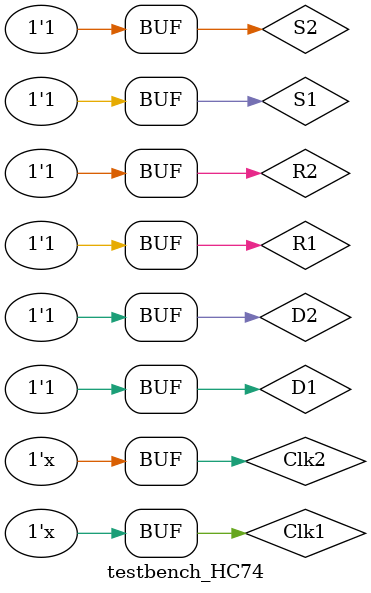
<source format=v>
`timescale 1ns/1ns
module testbench_HC74;
	reg S1, R1, Clk1, D1, S2, R2, Clk2, D2;
	wire Q1, Qn1, Q2, Qn2;
	
	HC_74 test_HC_74(S1, R1, Clk1, D1, S2, R2, Clk2, D2, Q1, Qn1, Q2, Qn2);
	
	always #10 Clk1 = ~Clk1;
	always #10 Clk2 = ~Clk2;

	initial
		begin
			S1 = 0; R1 = 1; S2 = 0; R2 = 1; Clk1 = 0; Clk2 = 0;
			#20 S1 = 1; R1 = 0; S2 = 1; R2 = 0;
			#20 S1 = 0; S2 = 0;
			#20 S1 = 1; R1 = 1; S2 = 1; R2 = 1; D1 = 0; D2 = 0;
			#20 D1 = 1; D2 = 1;
		end
		
endmodule
</source>
